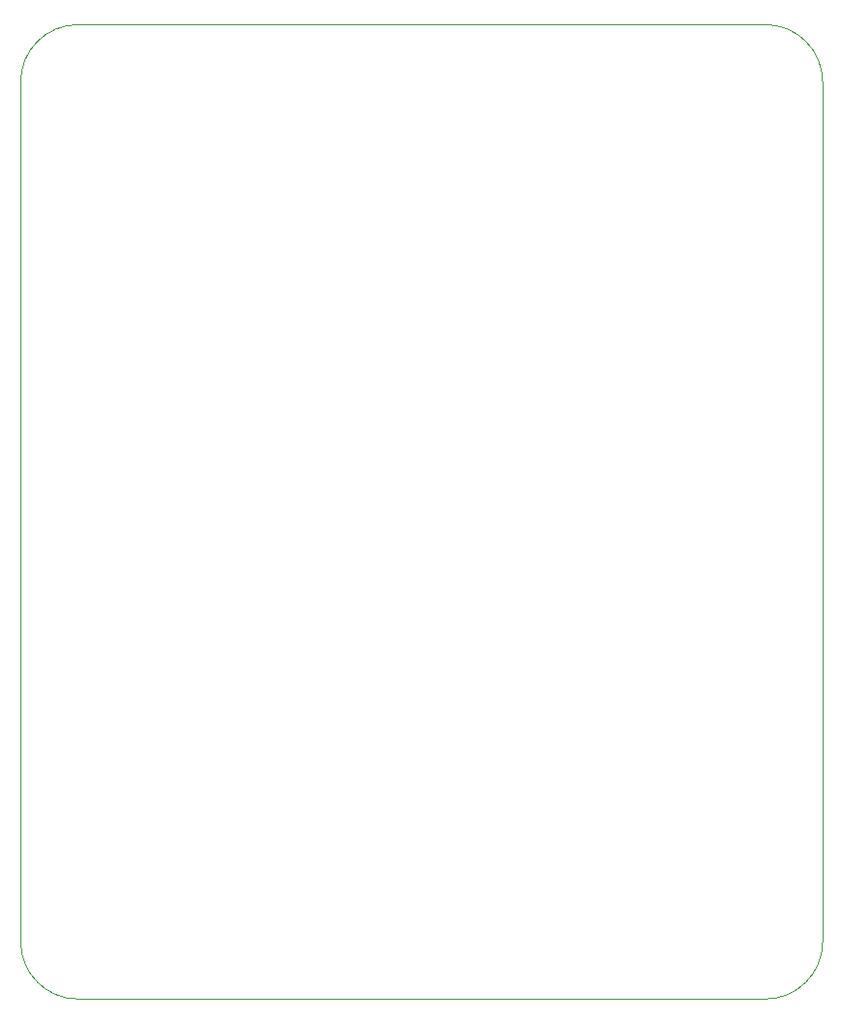
<source format=gbr>
%TF.GenerationSoftware,KiCad,Pcbnew,7.0.6-0*%
%TF.CreationDate,2024-09-28T22:57:35-04:00*%
%TF.ProjectId,GuitarFX,47756974-6172-4465-982e-6b696361645f,rev?*%
%TF.SameCoordinates,Original*%
%TF.FileFunction,Profile,NP*%
%FSLAX46Y46*%
G04 Gerber Fmt 4.6, Leading zero omitted, Abs format (unit mm)*
G04 Created by KiCad (PCBNEW 7.0.6-0) date 2024-09-28 22:57:35*
%MOMM*%
%LPD*%
G01*
G04 APERTURE LIST*
%TA.AperFunction,Profile*%
%ADD10C,0.100000*%
%TD*%
G04 APERTURE END LIST*
D10*
X180000000Y-63500000D02*
X180000000Y-138500000D01*
X115000000Y-58500000D02*
G75*
G03*
X110000000Y-63500000I0J-5000000D01*
G01*
X110000000Y-138500000D02*
X110000000Y-63500000D01*
X175000000Y-143500000D02*
G75*
G03*
X180000000Y-138500000I0J5000000D01*
G01*
X180000000Y-63500000D02*
G75*
G03*
X175000000Y-58500000I-5000000J0D01*
G01*
X110000000Y-138500000D02*
G75*
G03*
X115000000Y-143500000I5000000J0D01*
G01*
X115000000Y-143500000D02*
X175000000Y-143500000D01*
X115000000Y-58500000D02*
X175000000Y-58500000D01*
M02*

</source>
